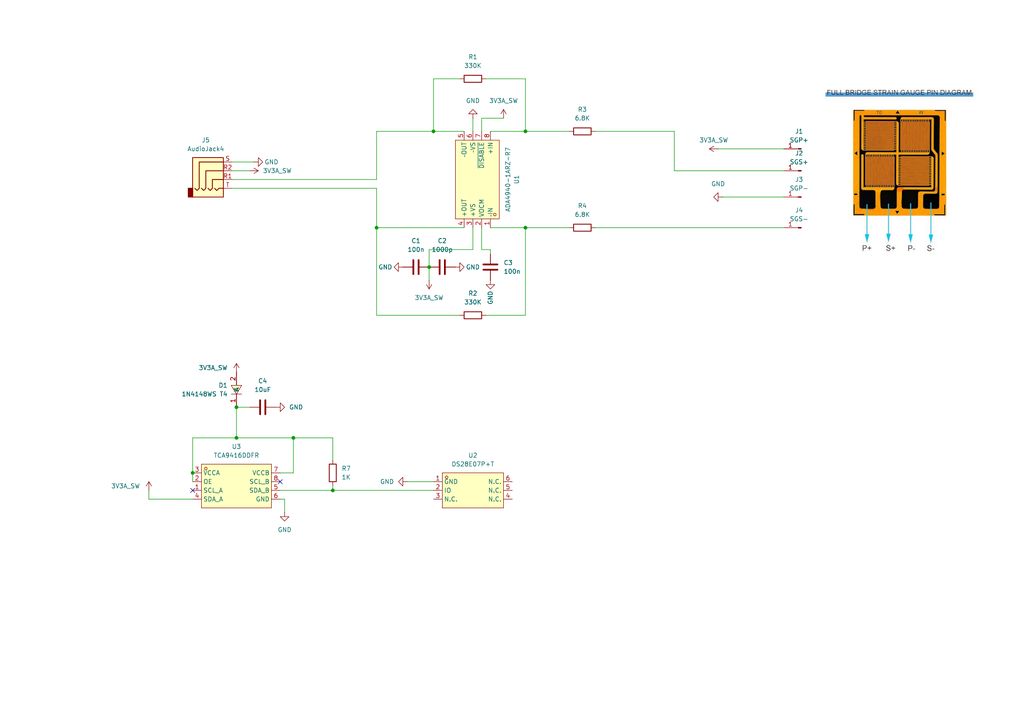
<source format=kicad_sch>
(kicad_sch (version 20231120) (generator "eeschema") (generator_version "8.0")
  (paper "A4")
  (lib_symbols
    (symbol "Connector:Conn_01x01_Pin" (pin_names (offset 1.016) hide)
      (property "Reference" "J" (at 0 2.54 0))
      (property "Value" "Conn_01x01_Pin" (at 0 -2.54 0))
      (symbol "Conn_01x01_Pin_1_1"
        (polyline (pts (xy 1.27 0) (xy 0.8636 0)) (stroke (width 0.1524)))
        (rectangle (start 0.8636 0.127) (end 0 -0.127) (stroke (width 0.1524)) (fill (type outline)))
        (pin passive line (at 5.08 0 180) (length 3.81) (name "Pin_1") (number "1"))
      )
    )
    (symbol "Connector_Audio:AudioJack4"
      (property "Reference" "J" (at 0 8.89 0))
      (property "Value" "AudioJack4" (at 0 6.35 0))
      (symbol "AudioJack4_0_1"
        (rectangle (start -6.35 -5.08) (end -7.62 -7.62) (stroke (width 0.254)) (fill (type outline)))
        (polyline (pts (xy 0 -5.08) (xy 0.635 -5.715) (xy 1.27 -5.08) (xy 2.54 -5.08)) (stroke (width 0.254)))
        (polyline (pts (xy -5.715 -5.08) (xy -5.08 -5.715) (xy -4.445 -5.08) (xy -4.445 2.54) (xy 2.54 2.54)) (stroke (width 0.254)))
        (polyline (pts (xy -1.905 -5.08) (xy -1.27 -5.715) (xy -0.635 -5.08) (xy -0.635 -2.54) (xy 2.54 -2.54)) (stroke (width 0.254)))
        (polyline (pts (xy 2.54 0) (xy -2.54 0) (xy -2.54 -5.08) (xy -3.175 -5.715) (xy -3.81 -5.08)) (stroke (width 0.254)))
        (rectangle (start 2.54 3.81) (end -6.35 -7.62) (stroke (width 0.254)) (fill (type background)))
      )
      (symbol "AudioJack4_1_1"
        (pin passive line (at 5.08 -2.54 180) (length 2.54) (name "~") (number "R1"))
        (pin passive line (at 5.08 0 180) (length 2.54) (name "~") (number "R2"))
        (pin passive line (at 5.08 2.54 180) (length 2.54) (name "~") (number "S"))
        (pin passive line (at 5.08 -5.08 180) (length 2.54) (name "~") (number "T"))
      )
    )
    (symbol "Device:C" (pin_numbers hide) (pin_names (offset 0.254))
      (property "Reference" "C" (at 0.635 2.54 0))
      (property "Value" "C" (at 0.635 -2.54 0))
      (symbol "C_0_1"
        (polyline (pts (xy -2.032 -0.762) (xy 2.032 -0.762)) (stroke (width 0.508)))
        (polyline (pts (xy -2.032 0.762) (xy 2.032 0.762)) (stroke (width 0.508)))
      )
      (symbol "C_1_1"
        (pin passive line (at 0 3.81 270) (length 2.794) (name "~") (number "1"))
        (pin passive line (at 0 -3.81 90) (length 2.794) (name "~") (number "2"))
      )
    )
    (symbol "Device:R" (pin_numbers hide) (pin_names (offset 0))
      (property "Reference" "R" (at 2.032 0 90))
      (property "Value" "R" (at 0 0 90))
      (symbol "R_0_1"
        (rectangle (start -1.016 -2.54) (end 1.016 2.54) (stroke (width 0.254)))
      )
      (symbol "R_1_1"
        (pin passive line (at 0 3.81 270) (length 1.27) (name "~") (number "1"))
        (pin passive line (at 0 -3.81 90) (length 1.27) (name "~") (number "2"))
      )
    )
    (symbol "Rocketry_Easyeda:1N4148WST4"
      (property "Reference" "D" (at 0 5.08 0))
      (property "Value" "1N4148WS T4" (at 0 -5.08 0))
      (symbol "1N4148WST4_0_1"
        (polyline (pts (xy -1.27 -1.52) (xy -1.27 1.52)))
        (polyline (pts (xy 1.27 1.52) (xy -1.27 0) (xy 1.27 -1.52) (xy 1.27 1.52)) (fill (type background)))
        (pin unspecified line (at -5.08 0 0) (length 3.81) (name "K") (number "1"))
        (pin unspecified line (at 5.08 0 180) (length 3.81) (name "A") (number "2"))
      )
    )
    (symbol "Rocketry_Easyeda:ADA4940-1ARZ-R7"
      (property "Reference" "U" (at 0 7.62 0))
      (property "Value" "ADA4940-1ARZ-R7" (at 0 -10.16 0))
      (symbol "ADA4940-1ARZ-R7_0_1"
        (rectangle (start -12.7 5.08) (end 10.16 -7.62) (fill (type background)))
        (circle (center -11.43 3.81) (radius 0.38))
        (pin unspecified line (at -15.24 2.54 0) (length 2.54) (name "–IN") (number "1"))
        (pin unspecified line (at -15.24 0 0) (length 2.54) (name "VOCM") (number "2"))
        (pin unspecified line (at -15.24 -2.54 0) (length 2.54) (name "+VS") (number "3"))
        (pin unspecified line (at -15.24 -5.08 0) (length 2.54) (name "+OUT") (number "4"))
        (pin unspecified line (at 12.7 -5.08 180) (length 2.54) (name "–OUT") (number "5"))
        (pin unspecified line (at 12.7 -2.54 180) (length 2.54) (name "–VS") (number "6"))
        (pin unspecified line (at 12.7 0 180) (length 2.54) (name "~{DISABLE}") (number "7"))
        (pin unspecified line (at 12.7 2.54 180) (length 2.54) (name "+IN") (number "8"))
      )
    )
    (symbol "Rocketry_Easyeda:DS28E07P+T"
      (property "Reference" "U" (at 0 7.62 0))
      (property "Value" "DS28E07P+T" (at 0 -7.62 0))
      (symbol "DS28E07P+T_0_1"
        (rectangle (start -8.89 5.08) (end 8.89 -5.08) (fill (type background)))
        (circle (center -7.62 3.81) (radius 0.38))
        (pin unspecified line (at -11.43 2.54 0) (length 2.54) (name "GND") (number "1"))
        (pin unspecified line (at -11.43 0 0) (length 2.54) (name "IO") (number "2"))
        (pin unspecified line (at -11.43 -2.54 0) (length 2.54) (name "N.C.") (number "3"))
        (pin unspecified line (at 11.43 -2.54 180) (length 2.54) (name "N.C.") (number "4"))
        (pin unspecified line (at 11.43 0 180) (length 2.54) (name "N.C.") (number "5"))
        (pin unspecified line (at 11.43 2.54 180) (length 2.54) (name "N.C.") (number "6"))
      )
    )
    (symbol "Rocketry_Easyeda:TCA9416DDFR"
      (property "Reference" "U" (at 0 8.89 0))
      (property "Value" "TCA9416DDFR" (at 0 -8.89 0))
      (symbol "TCA9416DDFR_0_1"
        (rectangle (start -10.16 6.35) (end 10.16 -6.35) (fill (type background)))
        (circle (center -8.89 5.08) (radius 0.38))
        (pin unspecified line (at -12.7 -1.27 0) (length 2.54) (name "SCL_A") (number "1"))
        (pin unspecified line (at -12.7 1.27 0) (length 2.54) (name "OE") (number "2"))
        (pin unspecified line (at -12.7 3.81 0) (length 2.54) (name "VCCA") (number "3"))
        (pin unspecified line (at -12.7 -3.81 0) (length 2.54) (name "SDA_A") (number "4"))
        (pin unspecified line (at 12.7 -1.27 180) (length 2.54) (name "SDA_B") (number "5"))
        (pin unspecified line (at 12.7 -3.81 180) (length 2.54) (name "GND") (number "6"))
        (pin unspecified line (at 12.7 3.81 180) (length 2.54) (name "VCCB") (number "7"))
        (pin unspecified line (at 12.7 1.27 180) (length 2.54) (name "SCL_B") (number "8"))
      )
    )
    (symbol "power:+3.3V" (power) (pin_numbers hide) (pin_names (offset 0) hide)
      (property "Value" "+3.3V" (at 0 3.556 0))
      (symbol "+3.3V_0_1"
        (polyline (pts (xy -0.762 1.27) (xy 0 2.54)))
        (polyline (pts (xy 0 0) (xy 0 2.54)))
        (polyline (pts (xy 0 2.54) (xy 0.762 1.27)))
      )
      (symbol "+3.3V_1_1"
        (pin power_in line (at 0 0 90) (length 0) (name "~") (number "1"))
      )
    )
    (symbol "power:GND" (power) (pin_numbers hide) (pin_names (offset 0) hide)
      (property "Value" "GND" (at 0 -3.81 0))
      (symbol "GND_0_1"
        (polyline (pts (xy 0 0) (xy 0 -1.27) (xy 1.27 -1.27) (xy 0 -2.54) (xy -1.27 -1.27) (xy 0 -1.27)))
      )
      (symbol "GND_1_1"
        (pin power_in line (at 0 0 270) (length 0) (name "~") (number "1"))
      )
    )
  )
  (junction (at 152.4 66.04))
  (junction (at 109.22 66.04))
  (junction (at 124.46 77.47))
  (junction (at 68.58 127))
  (junction (at 96.52 142.24))
  (junction (at 152.4 38.1))
  (junction (at 125.73 38.1))
  (junction (at 85.09 127))
  (junction (at 55.88 137.16))
  (junction (at 68.58 118.11))
  (no_connect (at 55.88 142.24))
  (no_connect (at 81.28 139.7))
  (wire (pts (xy 137.16 66.04) (xy 137.16 72.39)))
  (wire (pts (xy 152.4 91.44) (xy 140.97 91.44)))
  (wire (pts (xy 137.16 34.29) (xy 137.16 38.1)))
  (wire (pts (xy 68.58 127) (xy 55.88 127)))
  (wire (pts (xy 142.24 66.04) (xy 152.4 66.04)))
  (wire (pts (xy 55.88 137.16) (xy 55.88 139.7)))
  (wire (pts (xy 82.55 148.59) (xy 82.55 144.78)))
  (wire (pts (xy 118.11 139.7) (xy 125.73 139.7)))
  (wire (pts (xy 85.09 127) (xy 68.58 127)))
  (wire (pts (xy 68.58 118.11) (xy 72.39 118.11)))
  (wire (pts (xy 67.31 54.61) (xy 109.22 54.61)))
  (wire (pts (xy 172.72 66.04) (xy 227.33 66.04)))
  (wire (pts (xy 208.28 43.18) (xy 227.33 43.18)))
  (wire (pts (xy 109.22 54.61) (xy 109.22 66.04)))
  (wire (pts (xy 152.4 22.86) (xy 140.97 22.86)))
  (wire (pts (xy 227.33 57.15) (xy 209.55 57.15)))
  (wire (pts (xy 146.05 34.29) (xy 139.7 34.29)))
  (wire (pts (xy 96.52 133.35) (xy 96.52 127)))
  (wire (pts (xy 96.52 127) (xy 85.09 127)))
  (wire (pts (xy 195.58 49.53) (xy 227.33 49.53)))
  (wire (pts (xy 82.55 144.78) (xy 81.28 144.78)))
  (wire (pts (xy 43.18 142.24) (xy 43.18 144.78)))
  (wire (pts (xy 68.58 118.11) (xy 68.58 127)))
  (wire (pts (xy 96.52 142.24) (xy 125.73 142.24)))
  (wire (pts (xy 109.22 38.1) (xy 125.73 38.1)))
  (wire (pts (xy 96.52 142.24) (xy 81.28 142.24)))
  (wire (pts (xy 124.46 72.39) (xy 124.46 77.47)))
  (wire (pts (xy 142.24 73.66) (xy 142.24 72.39)))
  (wire (pts (xy 109.22 52.07) (xy 67.31 52.07)))
  (wire (pts (xy 152.4 66.04) (xy 152.4 91.44)))
  (wire (pts (xy 124.46 72.39) (xy 137.16 72.39)))
  (wire (pts (xy 67.31 46.99) (xy 73.66 46.99)))
  (wire (pts (xy 109.22 66.04) (xy 134.62 66.04)))
  (wire (pts (xy 67.31 49.53) (xy 72.39 49.53)))
  (wire (pts (xy 81.28 137.16) (xy 85.09 137.16)))
  (wire (pts (xy 139.7 66.04) (xy 139.7 72.39)))
  (wire (pts (xy 109.22 91.44) (xy 133.35 91.44)))
  (wire (pts (xy 195.58 38.1) (xy 195.58 49.53)))
  (wire (pts (xy 152.4 38.1) (xy 152.4 22.86)))
  (wire (pts (xy 134.62 38.1) (xy 125.73 38.1)))
  (wire (pts (xy 195.58 38.1) (xy 172.72 38.1)))
  (wire (pts (xy 109.22 66.04) (xy 109.22 91.44)))
  (wire (pts (xy 85.09 137.16) (xy 85.09 127)))
  (wire (pts (xy 109.22 38.1) (xy 109.22 52.07)))
  (wire (pts (xy 125.73 22.86) (xy 133.35 22.86)))
  (wire (pts (xy 152.4 66.04) (xy 165.1 66.04)))
  (wire (pts (xy 142.24 72.39) (xy 139.7 72.39)))
  (wire (pts (xy 125.73 38.1) (xy 125.73 22.86)))
  (wire (pts (xy 124.46 77.47) (xy 124.46 81.28)))
  (wire (pts (xy 55.88 127) (xy 55.88 137.16)))
  (wire (pts (xy 142.24 38.1) (xy 152.4 38.1)))
  (wire (pts (xy 96.52 140.97) (xy 96.52 142.24)))
  (wire (pts (xy 43.18 144.78) (xy 55.88 144.78)))
  (wire (pts (xy 152.4 38.1) (xy 165.1 38.1)))
  (wire (pts (xy 139.7 34.29) (xy 139.7 38.1)))
  (image (at 260.35 49.53) (scale 0.47359))
  (symbol (lib_id "Device:R") (at 168.91 38.1 90) (unit 1)
    (property "Reference" "R3" (at 168.91 31.75 90))
    (property "Value" "6.8K" (at 168.91 34.29 90))
    (property "Footprint" "Resistor_SMD:R_0603_1608Metric_Pad0.98x0.95mm_HandSolder" (effects (hide yes)))
    (property "Description" "Resistor" (effects (hide yes)))
  )
  (symbol (lib_id "power:+3.3V") (at 43.18 142.24 0) (unit 1)
    (property "Reference" "#PWR018" (effects (hide yes)))
    (property "Value" "3V3A_SW" (at 40.64 140.9699 0) (effects (justify right)))
    (property "Description" "Power symbol creates a global label with name \"+3.3V\"" (effects (hide yes)))
  )
  (symbol (lib_id "Device:C") (at 142.24 77.47 180) (unit 1)
    (property "Reference" "C3" (at 146.05 76.2 0) (effects (justify right)))
    (property "Value" "100n" (at 146.05 78.74 0) (effects (justify right)))
    (property "Footprint" "Capacitor_SMD:C_0402_1005Metric" (effects (hide yes)))
    (property "Description" "Unpolarized capacitor" (effects (hide yes)))
  )
  (symbol (lib_id "power:GND") (at 137.16 34.29 180) (unit 1)
    (property "Reference" "#PWR07" (effects (hide yes)))
    (property "Value" "GND" (at 137.16 29.21 0))
    (property "Description" "Power symbol creates a global label with name \"GND\" , ground" (effects (hide yes)))
  )
  (symbol (lib_id "Device:R") (at 168.91 66.04 90) (unit 1)
    (property "Reference" "R4" (at 168.91 59.69 90))
    (property "Value" "6.8K" (at 168.91 62.23 90))
    (property "Footprint" "Resistor_SMD:R_0603_1608Metric_Pad0.98x0.95mm_HandSolder" (effects (hide yes)))
    (property "Description" "Resistor" (effects (hide yes)))
  )
  (symbol (lib_id "power:GND") (at 142.24 81.28 0) (unit 1)
    (property "Reference" "#PWR08" (effects (hide yes)))
    (property "Value" "GND" (at 142.24 86.36 90))
    (property "Description" "Power symbol creates a global label with name \"GND\" , ground" (effects (hide yes)))
  )
  (symbol (lib_id "power:+3.3V") (at 124.46 81.28 0) (mirror x) (unit 1)
    (property "Reference" "#PWR04" (effects (hide yes)))
    (property "Value" "3V3A_SW" (at 124.46 86.36 0))
    (property "Description" "Power symbol creates a global label with name \"+3.3V\"" (effects (hide yes)))
  )
  (symbol (lib_id "Device:R") (at 137.16 91.44 90) (unit 1)
    (property "Reference" "R2" (at 137.16 85.09 90))
    (property "Value" "330K" (at 137.16 87.63 90))
    (property "Footprint" "Resistor_SMD:R_0603_1608Metric_Pad0.98x0.95mm_HandSolder" (effects (hide yes)))
    (property "Description" "Resistor" (effects (hide yes)))
  )
  (symbol (lib_id "Connector_Audio:AudioJack4") (at 62.23 49.53 0) (unit 1)
    (property "Reference" "J5" (at 59.69 40.64 0))
    (property "Value" "AudioJack4" (at 59.69 43.18 0))
    (property "Footprint" "Rocketry_Manual:AUDIO-TH_PJ-320A-4P-DIP" (effects (hide yes)))
    (property "Description" "Audio Jack, 4 Poles (TRRS)" (effects (hide yes)))
  )
  (symbol (lib_id "power:GND") (at 116.84 77.47 270) (unit 1)
    (property "Reference" "#PWR03" (effects (hide yes)))
    (property "Value" "GND" (at 111.76 77.47 90))
    (property "Description" "Power symbol creates a global label with name \"GND\" , ground" (effects (hide yes)))
  )
  (symbol (lib_id "Connector:Conn_01x01_Pin") (at 232.41 66.04 180) (unit 1)
    (property "Reference" "J4" (at 231.775 60.96 0))
    (property "Value" "SGS-" (at 231.775 63.5 0))
    (property "Footprint" "Connector_Wire:SolderWirePad_1x01_SMD_1x2mm" (effects (hide yes)))
    (property "Description" "Generic connector, single row, 01x01, script generated" (effects (hide yes)))
  )
  (symbol (lib_id "power:GND") (at 209.55 57.15 270) (mirror x) (unit 1)
    (property "Reference" "#PWR011" (effects (hide yes)))
    (property "Value" "GND" (at 208.28 53.34 90))
    (property "Description" "Power symbol creates a global label with name \"GND\" , ground" (effects (hide yes)))
  )
  (symbol (lib_id "Rocketry_Easyeda:DS28E07P+T") (at 137.16 142.24 0) (unit 1)
    (property "Reference" "U2" (at 137.16 132.08 0))
    (property "Value" "DS28E07P+T" (at 137.16 134.62 0))
    (property "Footprint" "Rocketry_Easyeda:TSOC-6_L3.9-W4.3-P1.27-BL" (effects (hide yes)))
    (property "LCSC Part" "C2063921" (effects (hide yes)))
  )
  (symbol (lib_id "power:GND") (at 132.08 77.47 90) (unit 1)
    (property "Reference" "#PWR06" (effects (hide yes)))
    (property "Value" "GND" (at 137.16 77.47 90))
    (property "Description" "Power symbol creates a global label with name \"GND\" , ground" (effects (hide yes)))
  )
  (symbol (lib_id "power:+3.3V") (at 208.28 43.18 90) (mirror x) (unit 1)
    (property "Reference" "#PWR012" (effects (hide yes)))
    (property "Value" "3V3A_SW" (at 207.01 40.64 90))
    (property "Description" "Power symbol creates a global label with name \"+3.3V\"" (effects (hide yes)))
  )
  (symbol (lib_id "power:GND") (at 80.01 118.11 90) (unit 1)
    (property "Reference" "#PWR016" (effects (hide yes)))
    (property "Value" "GND" (at 83.82 118.1099 90) (effects (justify right)))
    (property "Description" "Power symbol creates a global label with name \"GND\" , ground" (effects (hide yes)))
  )
  (symbol (lib_id "Device:C") (at 76.2 118.11 90) (unit 1)
    (property "Reference" "C4" (at 76.2 110.49 90))
    (property "Value" "10uF" (at 76.2 113.03 90))
    (property "Footprint" "Capacitor_SMD:C_0402_1005Metric" (effects (hide yes)))
    (property "Description" "Unpolarized capacitor" (effects (hide yes)))
  )
  (symbol (lib_id "Device:R") (at 96.52 137.16 180) (unit 1)
    (property "Reference" "R7" (at 99.06 135.8899 0) (effects (justify right)))
    (property "Value" "1K" (at 99.06 138.4299 0) (effects (justify right)))
    (property "Footprint" "Resistor_SMD:R_0402_1005Metric" (effects (hide yes)))
    (property "Description" "Resistor" (effects (hide yes)))
  )
  (symbol (lib_id "Connector:Conn_01x01_Pin") (at 232.41 43.18 180) (unit 1)
    (property "Reference" "J1" (at 231.775 38.1 0))
    (property "Value" "SGP+" (at 231.775 40.64 0))
    (property "Footprint" "Connector_Wire:SolderWirePad_1x01_SMD_1x2mm" (effects (hide yes)))
    (property "Description" "Generic connector, single row, 01x01, script generated" (effects (hide yes)))
  )
  (symbol (lib_id "Device:R") (at 137.16 22.86 90) (unit 1)
    (property "Reference" "R1" (at 137.16 16.51 90))
    (property "Value" "330K" (at 137.16 19.05 90))
    (property "Footprint" "Resistor_SMD:R_0603_1608Metric_Pad0.98x0.95mm_HandSolder" (effects (hide yes)))
    (property "Description" "Resistor" (effects (hide yes)))
  )
  (symbol (lib_id "Rocketry_Easyeda:1N4148WST4") (at 68.58 113.03 270) (mirror x) (unit 1)
    (property "Reference" "D1" (at 66.04 111.7599 90) (effects (justify right)))
    (property "Value" "1N4148WS T4" (at 66.04 114.2999 90) (effects (justify right)))
    (property "Footprint" "Rocketry_Easyeda:SOD-323_L1.8-W1.3-LS2.5-RD" (effects (hide yes)))
    (property "Datasheet" "https://lcsc.com/product-detail/Switching-Diode_1N4148WS-T4_C2128.html" (effects (hide yes)))
    (property "LCSC Part" "C2128" (effects (hide yes)))
  )
  (symbol (lib_id "Connector:Conn_01x01_Pin") (at 232.41 57.15 180) (unit 1)
    (property "Reference" "J3" (at 231.775 52.07 0))
    (property "Value" "SGP-" (at 231.775 54.61 0))
    (property "Footprint" "Connector_Wire:SolderWirePad_1x01_SMD_1x2mm" (effects (hide yes)))
    (property "Description" "Generic connector, single row, 01x01, script generated" (effects (hide yes)))
  )
  (symbol (lib_id "power:+3.3V") (at 72.39 49.53 270) (mirror x) (unit 1)
    (property "Reference" "#PWR01" (effects (hide yes)))
    (property "Value" "3V3A_SW" (at 76.2 49.5299 90) (effects (justify left)))
    (property "Description" "Power symbol creates a global label with name \"+3.3V\"" (effects (hide yes)))
  )
  (symbol (lib_id "power:GND") (at 118.11 139.7 270) (unit 1)
    (property "Reference" "#PWR010" (effects (hide yes)))
    (property "Value" "GND" (at 114.3 139.6999 90) (effects (justify right)))
    (property "Description" "Power symbol creates a global label with name \"GND\" , ground" (effects (hide yes)))
  )
  (symbol (lib_id "Device:C") (at 128.27 77.47 270) (unit 1)
    (property "Reference" "C2" (at 128.27 69.85 90))
    (property "Value" "1000p" (at 128.27 72.39 90))
    (property "Footprint" "Capacitor_SMD:C_0402_1005Metric" (effects (hide yes)))
    (property "Description" "Unpolarized capacitor" (effects (hide yes)))
  )
  (symbol (lib_id "Rocketry_Easyeda:ADA4940-1ARZ-R7") (at 139.7 50.8 270) (mirror x) (unit 1)
    (property "Reference" "U1" (at 149.86 52.07 0))
    (property "Value" "ADA4940-1ARZ-R7" (at 147.32 52.07 0))
    (property "Footprint" "Rocketry_Easyeda:LFCSP-16_L3.0-W3.0-P0.50-BL-EP1.3" (effects (hide yes)))
    (property "Datasheet" "https://lcsc.com/product-detail/Differential-OpAmps_Analog-Devices-ADI-LINEAR-ADA4940-1ARZ-R7_C730049.html" (effects (hide yes)))
    (property "LCSC Part" "C730049" (effects (hide yes)))
  )
  (symbol (lib_id "power:+3.3V") (at 68.58 107.95 0) (unit 1)
    (property "Reference" "#PWR05" (effects (hide yes)))
    (property "Value" "3V3A_SW" (at 66.04 106.6799 0) (effects (justify right)))
    (property "Description" "Power symbol creates a global label with name \"+3.3V\"" (effects (hide yes)))
  )
  (symbol (lib_id "Rocketry_Easyeda:TCA9416DDFR") (at 68.58 140.97 0) (unit 1)
    (property "Reference" "U3" (at 68.58 129.54 0))
    (property "Value" "TCA9416DDFR" (at 68.58 132.08 0))
    (property "Footprint" "Rocketry_Easyeda:TSOT-23-8_L2.9-W1.6-P0.65-LS2.8-BR" (effects (hide yes)))
    (property "LCSC Part" "C4364143" (effects (hide yes)))
  )
  (symbol (lib_id "power:GND") (at 82.55 148.59 0) (unit 1)
    (property "Reference" "#PWR017" (effects (hide yes)))
    (property "Value" "GND" (at 82.55 153.67 0))
    (property "Description" "Power symbol creates a global label with name \"GND\" , ground" (effects (hide yes)))
  )
  (symbol (lib_id "Connector:Conn_01x01_Pin") (at 232.41 49.53 180) (unit 1)
    (property "Reference" "J2" (at 231.775 44.45 0))
    (property "Value" "SGS+" (at 231.775 46.99 0))
    (property "Footprint" "Connector_Wire:SolderWirePad_1x01_SMD_1x2mm" (effects (hide yes)))
    (property "Description" "Generic connector, single row, 01x01, script generated" (effects (hide yes)))
  )
  (symbol (lib_id "power:GND") (at 73.66 46.99 90) (unit 1)
    (property "Reference" "#PWR02" (effects (hide yes)))
    (property "Value" "GND" (at 78.74 46.99 90))
    (property "Description" "Power symbol creates a global label with name \"GND\" , ground" (effects (hide yes)))
  )
  (symbol (lib_id "Device:C") (at 120.65 77.47 270) (unit 1)
    (property "Reference" "C1" (at 120.65 69.85 90))
    (property "Value" "100n" (at 120.65 72.39 90))
    (property "Footprint" "Capacitor_SMD:C_0402_1005Metric" (effects (hide yes)))
    (property "Description" "Unpolarized capacitor" (effects (hide yes)))
  )
  (symbol (lib_id "power:+3.3V") (at 146.05 34.29 0) (mirror y) (unit 1)
    (property "Reference" "#PWR09" (effects (hide yes)))
    (property "Value" "3V3A_SW" (at 146.05 29.21 0))
    (property "Description" "Power symbol creates a global label with name \"+3.3V\"" (effects (hide yes)))
  )
)
</source>
